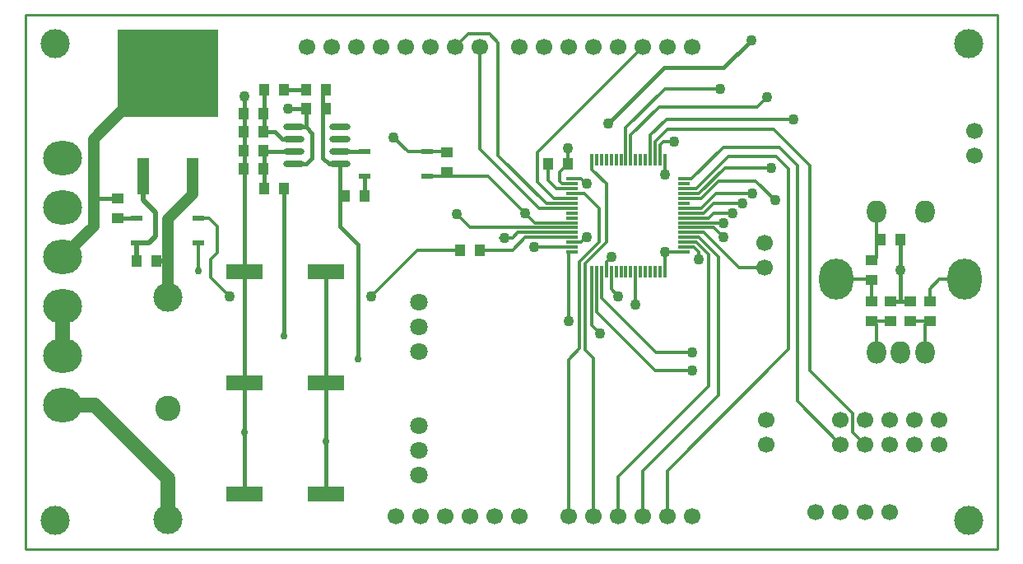
<source format=gbl>
G04*
G04 #@! TF.GenerationSoftware,Altium Limited,Altium Designer,22.2.1 (43)*
G04*
G04 Layer_Physical_Order=2*
G04 Layer_Color=16711680*
%FSLAX43Y43*%
%MOMM*%
G71*
G04*
G04 #@! TF.SameCoordinates,4727E17F-0EAD-4C76-84FB-9B022A49384D*
G04*
G04*
G04 #@! TF.FilePolarity,Positive*
G04*
G01*
G75*
%ADD12C,0.254*%
%ADD45R,1.000X1.300*%
%ADD46R,1.300X1.000*%
%ADD56C,0.300*%
%ADD57C,0.500*%
%ADD58C,0.400*%
%ADD60C,1.700*%
%ADD61C,1.800*%
%ADD62C,3.000*%
%ADD63C,2.600*%
%ADD64O,4.000X3.500*%
%ADD65O,3.500X4.200*%
%ADD66O,2.000X2.300*%
%ADD67C,1.100*%
%ADD68C,0.750*%
%ADD69R,1.200X0.300*%
%ADD70R,0.300X1.200*%
%ADD71R,3.800X1.600*%
%ADD72R,1.200X0.600*%
%ADD73R,1.300X3.700*%
%ADD74R,10.300X9.000*%
%ADD75O,2.200X0.600*%
%ADD76C,1.500*%
%ADD77C,1.200*%
D12*
X-0Y-0D02*
X100000D01*
X-0D02*
Y55000D01*
X100000D01*
Y-0D02*
Y55000D01*
D45*
X46686Y30770D02*
D03*
X44654D02*
D03*
X28820Y47235D02*
D03*
X30852D02*
D03*
X24502D02*
D03*
X26534D02*
D03*
X22458Y44845D02*
D03*
X24490D02*
D03*
X11405Y29620D02*
D03*
X13437D02*
D03*
X90000Y31866D02*
D03*
X87968D02*
D03*
X53754Y39616D02*
D03*
X55786D02*
D03*
X28820Y45330D02*
D03*
X30852D02*
D03*
X26534Y37075D02*
D03*
X24502D02*
D03*
X24490Y42940D02*
D03*
X22458D02*
D03*
Y41035D02*
D03*
X24490D02*
D03*
X22458Y39118D02*
D03*
X24490D02*
D03*
X32846Y36345D02*
D03*
X34878D02*
D03*
D46*
X9500Y34065D02*
D03*
Y36097D02*
D03*
X93000Y25516D02*
D03*
Y23484D02*
D03*
X91000Y25516D02*
D03*
Y23484D02*
D03*
X87000D02*
D03*
Y25516D02*
D03*
X89000Y23484D02*
D03*
Y25516D02*
D03*
X87000Y27675D02*
D03*
Y29707D02*
D03*
X43378Y38829D02*
D03*
Y40861D02*
D03*
D56*
X48620Y40511D02*
Y52077D01*
X47702Y52995D02*
X48620Y52077D01*
X45525Y52995D02*
X47702D01*
X44160Y51630D02*
X45525Y52995D01*
X83400Y27750D02*
X87000D01*
X41278Y40885D02*
X43378D01*
X54941Y38771D02*
X55786Y39616D01*
X54941Y37873D02*
Y38771D01*
Y37873D02*
X55234Y37580D01*
X55786Y39616D02*
Y41290D01*
X52655Y40821D02*
X63464Y51630D01*
X52655Y37746D02*
Y40821D01*
Y37746D02*
X54321Y36080D01*
X50655Y32580D02*
X56250D01*
X50115Y32040D02*
X50655Y32580D01*
X49226Y32040D02*
X50115D01*
X48845D02*
X49226D01*
X75284Y45482D02*
X76315Y46513D01*
X65167Y45482D02*
X75284D01*
X62250Y42565D02*
X65167Y45482D01*
X61750Y40080D02*
Y43335D01*
X65772Y47357D02*
X71460Y47357D01*
X35560Y26035D02*
X40295Y30770D01*
X44654D01*
X19050Y29845D02*
X19685Y30480D01*
X19050Y27940D02*
Y29845D01*
Y27940D02*
X20955Y26035D01*
X52330Y31080D02*
X56250D01*
X51425Y32080D02*
X56250D01*
X50115Y30770D02*
X51425Y32080D01*
X46686Y30770D02*
X50115D01*
X51385Y34571D02*
Y34580D01*
Y34571D02*
X52376Y33580D01*
X51376Y34580D02*
X51385D01*
X47611Y38345D02*
X51376Y34580D01*
X46700Y41161D02*
X52781Y35080D01*
X44331Y34485D02*
X45736Y33080D01*
X78465Y20560D02*
Y39130D01*
X66004Y8099D02*
X78465Y20560D01*
X66004Y3370D02*
Y8099D01*
X71250Y15885D02*
Y30080D01*
X63464Y8099D02*
X71250Y15885D01*
X63464Y3370D02*
Y8099D01*
X70250Y16790D02*
Y30330D01*
X60924Y7464D02*
X70250Y16790D01*
X60924Y3370D02*
Y7464D01*
X57000Y20685D02*
Y29580D01*
X55844Y19529D02*
X57000Y20685D01*
X55844Y3370D02*
Y19529D01*
X58384Y3370D02*
Y19686D01*
X57555Y20515D02*
X58384Y19686D01*
X46700Y41161D02*
Y51630D01*
X48620Y40511D02*
X53551Y35580D01*
X62250Y40080D02*
Y42565D01*
X61750Y43335D02*
X65772Y47357D01*
X65913Y44243D02*
X78960D01*
X64250Y42580D02*
X65913Y44243D01*
X64250Y40080D02*
Y42580D01*
X66040Y43180D02*
X76955D01*
X64750Y41890D02*
X66040Y43180D01*
X64750Y40080D02*
Y41890D01*
X65580Y41910D02*
X66675D01*
X65250Y41580D02*
X65580Y41910D01*
X65250Y40080D02*
Y41580D01*
X69250Y32080D02*
X71250Y30080D01*
X67750Y32080D02*
X69250D01*
X69750Y32580D02*
X73374Y28956D01*
X67750Y32580D02*
X69750D01*
X73374Y28956D02*
X76030D01*
X70750Y33080D02*
X71750Y32080D01*
X67750Y33080D02*
X70750D01*
X69000Y31580D02*
X70250Y30330D01*
X67750Y31580D02*
X69000D01*
X69250Y29830D02*
Y30580D01*
X68750Y31080D02*
X69250Y30580D01*
X67750Y31080D02*
X68750D01*
X87500Y29961D02*
Y34750D01*
X75129Y37830D02*
X77085Y35874D01*
X71255Y37830D02*
X75129D01*
X69505Y36080D02*
X71255Y37830D01*
X69490Y35080D02*
X70990Y36580D01*
X93961Y27750D02*
X96600D01*
X93000Y26789D02*
X93961Y27750D01*
X93000Y25516D02*
Y26789D01*
X87000Y25516D02*
Y27675D01*
X77520Y41345D02*
X79375Y39490D01*
X71790Y41345D02*
X77520D01*
X68525Y38080D02*
X71790Y41345D01*
X65750Y38580D02*
Y40080D01*
X37878Y42345D02*
X39338Y40885D01*
X41278D01*
X43378Y38345D02*
X47611D01*
X41278D02*
X43378D01*
X17805Y28610D02*
Y31525D01*
X19685Y30480D02*
Y33230D01*
X18850Y34065D02*
X19685Y33230D01*
X17805Y34065D02*
X18850D01*
X72325Y40400D02*
X77195D01*
X69005Y37080D02*
X72325Y40400D01*
X67750Y37080D02*
X69005D01*
X71918Y39243D02*
X76665D01*
X69255Y36580D02*
X71918Y39243D01*
X67750Y36580D02*
X69255D01*
X67750Y36080D02*
X69505D01*
X67750Y38080D02*
X68525D01*
X70990Y36580D02*
X74750D01*
X70750Y35580D02*
X73750D01*
X69750Y34580D02*
X70750Y35580D01*
X67750Y35080D02*
X69490D01*
X67750Y34580D02*
X69750D01*
X77195Y40400D02*
X78465Y39130D01*
X79375Y15240D02*
Y39490D01*
X80645Y18415D02*
Y39490D01*
X76955Y43180D02*
X80645Y39490D01*
X57555Y20515D02*
Y29385D01*
X60250Y26745D02*
X60960Y26035D01*
X60250Y26745D02*
Y28580D01*
X45736Y33080D02*
X56250D01*
X53551Y35580D02*
X56250D01*
X53754Y37917D02*
Y39616D01*
Y37917D02*
X54591Y37080D01*
X56250D01*
X55234Y37580D02*
X56250D01*
X54321Y36080D02*
X56250D01*
X70750Y34580D02*
X72750D01*
X62750Y25175D02*
Y28580D01*
X66645Y41940D02*
X66675Y41910D01*
X52781Y35080D02*
X56250D01*
X52376Y33580D02*
X56250D01*
X67750D02*
X71750D01*
X79375Y15240D02*
X83820Y10795D01*
X85090Y12065D02*
X86360Y10795D01*
X85090Y12065D02*
Y13970D01*
X80645Y18415D02*
X85090Y13970D01*
X92850Y23484D02*
X93000D01*
X92500Y23134D02*
X92850Y23484D01*
X92500Y20250D02*
Y23134D01*
X87000Y23484D02*
X87150D01*
X87500Y23134D01*
Y20250D02*
Y23134D01*
X70250Y34080D02*
X70750Y34580D01*
X67750Y34080D02*
X70250D01*
X64840Y20250D02*
X68580D01*
X59250Y25840D02*
X64840Y20250D01*
X59250Y25840D02*
Y28580D01*
X64770Y18415D02*
X68580D01*
X58750Y24435D02*
X64770Y18415D01*
X58750Y24435D02*
Y28580D01*
X55880Y23495D02*
Y30580D01*
X58250Y23030D02*
X59055Y22225D01*
X58250Y23030D02*
Y28580D01*
X57555Y29385D02*
X59750Y31580D01*
X55880Y30580D02*
X56250D01*
X56250Y32580D02*
X56250Y32580D01*
X57674Y37580D02*
X57750D01*
X57174Y38080D02*
X57674Y37580D01*
X56250Y38080D02*
X57174D01*
X59750Y31580D02*
Y37580D01*
X57500Y36580D02*
X59000Y35080D01*
Y31580D02*
Y35080D01*
X57000Y29580D02*
X59000Y31580D01*
X57674Y32080D02*
X57750D01*
X57174Y31580D02*
X57674Y32080D01*
X56250Y31580D02*
X57174D01*
X58250Y39080D02*
X59750Y37580D01*
X58250Y39080D02*
Y40080D01*
X59750Y29580D02*
X60250Y30080D01*
X59750Y28580D02*
Y29580D01*
X65750Y28580D02*
Y30580D01*
X67750D01*
X56250Y36580D02*
X57500D01*
X87150Y23484D02*
X89000D01*
X91000D02*
X92850D01*
D57*
X13437Y29620D02*
X14605D01*
X11405D02*
Y31525D01*
X13335Y32185D02*
Y34675D01*
X12065Y35945D02*
X13335Y34675D01*
X12065Y35945D02*
Y38370D01*
X12675Y31525D02*
X13335Y32185D01*
X11405Y31525D02*
X12675D01*
D58*
X30585Y40250D02*
Y47610D01*
X32350Y33175D02*
Y39615D01*
X71780Y49516D02*
X74638Y52374D01*
X65703Y49516D02*
X71780D01*
X59960Y43773D02*
X65703Y49516D01*
X24502Y44845D02*
Y47235D01*
X90000Y28691D02*
Y31866D01*
Y25516D02*
Y28691D01*
X34878Y36345D02*
Y38345D01*
X14605Y49970D02*
X15934Y48641D01*
X14605Y49970D02*
X15255D01*
X30585Y40250D02*
X31220Y39615D01*
X28820Y43425D02*
Y45330D01*
X22470Y41035D02*
Y46595D01*
Y28575D02*
Y41035D01*
X27035Y45330D02*
X28820D01*
X22470Y12065D02*
Y17145D01*
Y6350D02*
Y12065D01*
X34195Y19610D02*
Y31330D01*
X32350Y33175D02*
X34195Y31330D01*
X26534Y21971D02*
Y37075D01*
X24502Y39118D02*
Y40885D01*
X22470Y17145D02*
Y28575D01*
X9500Y34065D02*
X11405D01*
X6985Y36097D02*
X9500D01*
X24502Y42928D02*
Y44845D01*
X26425Y42155D02*
X27550D01*
X25652Y42928D02*
X26425Y42155D01*
X24502Y42928D02*
X25652D01*
X31220Y39615D02*
X32350D01*
X24502Y40885D02*
X26915D01*
X24490D02*
X24502D01*
Y41035D01*
Y37075D02*
Y39118D01*
X27550Y43425D02*
X28820D01*
X34878Y40885D02*
X34878Y40885D01*
X32350Y40885D02*
X34878D01*
X26534Y47235D02*
X28820D01*
X27550Y39615D02*
X28820D01*
X29455Y40250D01*
Y42790D01*
X28820Y43425D02*
X29455Y42790D01*
X30870Y17145D02*
Y28575D01*
Y6350D02*
Y17145D01*
X90000Y25516D02*
X91000D01*
X89000D02*
X90000D01*
D60*
X28920Y51630D02*
D03*
X31460D02*
D03*
X34000D02*
D03*
X36540D02*
D03*
X39080D02*
D03*
X41620D02*
D03*
X44160D02*
D03*
X46700D02*
D03*
X50764D02*
D03*
X53304D02*
D03*
X55844D02*
D03*
X58384D02*
D03*
X60924D02*
D03*
X63464D02*
D03*
X66004D02*
D03*
X68544D02*
D03*
Y3370D02*
D03*
X66004D02*
D03*
X63464D02*
D03*
X60924D02*
D03*
X58384D02*
D03*
X55844D02*
D03*
X50764D02*
D03*
X48224D02*
D03*
X45684D02*
D03*
X43144D02*
D03*
X40604D02*
D03*
X38064D02*
D03*
X97620Y40513D02*
D03*
Y43053D02*
D03*
X83820Y13335D02*
D03*
X86360D02*
D03*
X88900D02*
D03*
X91440D02*
D03*
X93980D02*
D03*
Y10795D02*
D03*
X91440D02*
D03*
X88900D02*
D03*
X86360D02*
D03*
X83820D02*
D03*
X76030Y31496D02*
D03*
Y28956D02*
D03*
X76200Y13335D02*
D03*
Y10795D02*
D03*
X88900Y3810D02*
D03*
X86360D02*
D03*
X83820D02*
D03*
X81280D02*
D03*
D61*
X40460Y22860D02*
D03*
Y20320D02*
D03*
Y12700D02*
D03*
Y10160D02*
D03*
Y7620D02*
D03*
Y25400D02*
D03*
D62*
X97000Y52000D02*
D03*
X3000D02*
D03*
Y3000D02*
D03*
X14605Y3064D02*
D03*
Y25924D02*
D03*
X97000Y3000D02*
D03*
D63*
X14605Y14494D02*
D03*
D64*
X3810Y19880D02*
D03*
Y14800D02*
D03*
Y30040D02*
D03*
Y24960D02*
D03*
Y40200D02*
D03*
Y35120D02*
D03*
D65*
X96600Y27750D02*
D03*
X83400D02*
D03*
D66*
X87500Y34750D02*
D03*
X92500D02*
D03*
Y20250D02*
D03*
X90000D02*
D03*
X87500D02*
D03*
D67*
X55786Y41290D02*
D03*
X20955Y26035D02*
D03*
X52330Y31080D02*
D03*
X51385Y34580D02*
D03*
X49226Y32040D02*
D03*
X44331Y34485D02*
D03*
X71750Y32080D02*
D03*
X77085Y35874D02*
D03*
X59960Y43773D02*
D03*
X74638Y52374D02*
D03*
X71460Y47357D02*
D03*
X78960Y44243D02*
D03*
X65750Y38580D02*
D03*
X37878Y42345D02*
D03*
X76315Y46513D02*
D03*
X27035Y45330D02*
D03*
X22470Y46595D02*
D03*
X35560Y26035D02*
D03*
X90000Y28691D02*
D03*
X72750Y34580D02*
D03*
X76665Y39243D02*
D03*
X62750Y25175D02*
D03*
X71750Y33580D02*
D03*
X73750Y35580D02*
D03*
X74750Y36580D02*
D03*
X69250Y29830D02*
D03*
X59055Y22225D02*
D03*
X60960Y26035D02*
D03*
X55880Y23495D02*
D03*
X68580Y18415D02*
D03*
Y20250D02*
D03*
X57750Y37580D02*
D03*
Y32080D02*
D03*
X65750Y30580D02*
D03*
X60250Y30080D02*
D03*
X66675Y41910D02*
D03*
D68*
X17805Y28610D02*
D03*
X26534Y21971D02*
D03*
X30870Y11090D02*
D03*
X34195Y19610D02*
D03*
X22470Y12065D02*
D03*
D69*
X56250Y30580D02*
D03*
Y31080D02*
D03*
Y31580D02*
D03*
Y32080D02*
D03*
Y32580D02*
D03*
Y33080D02*
D03*
Y33580D02*
D03*
Y34080D02*
D03*
Y34580D02*
D03*
Y38080D02*
D03*
Y37580D02*
D03*
Y37080D02*
D03*
Y36580D02*
D03*
Y36080D02*
D03*
Y35580D02*
D03*
Y35080D02*
D03*
X67750Y30580D02*
D03*
Y31080D02*
D03*
Y31580D02*
D03*
Y32080D02*
D03*
Y32580D02*
D03*
Y37580D02*
D03*
Y37080D02*
D03*
Y33580D02*
D03*
Y34080D02*
D03*
Y34580D02*
D03*
Y35080D02*
D03*
Y35580D02*
D03*
Y36080D02*
D03*
Y36580D02*
D03*
Y33080D02*
D03*
Y38080D02*
D03*
D70*
X61250Y28580D02*
D03*
X60750D02*
D03*
X60250D02*
D03*
X59750D02*
D03*
X59250D02*
D03*
X58750D02*
D03*
X58250D02*
D03*
X61750D02*
D03*
X62250D02*
D03*
X62750D02*
D03*
X63250D02*
D03*
X63750D02*
D03*
X64250D02*
D03*
X64750D02*
D03*
X65250D02*
D03*
X65750D02*
D03*
X58250Y40080D02*
D03*
X63250D02*
D03*
X59750D02*
D03*
X60250D02*
D03*
X60750D02*
D03*
X61250D02*
D03*
X61750D02*
D03*
X62250D02*
D03*
X62750D02*
D03*
X59250D02*
D03*
X58750D02*
D03*
X63750D02*
D03*
X64250D02*
D03*
X64750D02*
D03*
X65250D02*
D03*
X65750D02*
D03*
D71*
X30870Y5715D02*
D03*
X22470D02*
D03*
Y17145D02*
D03*
X30870D02*
D03*
X22470Y28575D02*
D03*
X30870D02*
D03*
D72*
X17805Y34065D02*
D03*
Y31525D02*
D03*
X11405D02*
D03*
Y34065D02*
D03*
X41278Y38345D02*
D03*
Y40885D02*
D03*
X34878D02*
D03*
Y38345D02*
D03*
D73*
X17145Y38370D02*
D03*
X12065D02*
D03*
D74*
X14605Y48970D02*
D03*
D75*
X27550Y42155D02*
D03*
Y43425D02*
D03*
Y39615D02*
D03*
Y40885D02*
D03*
X32350Y42155D02*
D03*
Y43425D02*
D03*
Y40885D02*
D03*
Y39615D02*
D03*
D76*
X14605Y3064D02*
Y7310D01*
X7115Y14800D02*
X14605Y7310D01*
X3810Y14800D02*
X7115D01*
X3810Y19880D02*
Y24960D01*
D77*
X6985Y33215D02*
Y36097D01*
X14605Y29620D02*
Y33925D01*
Y25924D02*
Y29620D01*
X6985Y36097D02*
Y42180D01*
X17145Y36465D02*
Y38370D01*
X14605Y33925D02*
X17145Y36465D01*
X6985Y42180D02*
X11430Y46625D01*
X3810Y30040D02*
X6985Y33215D01*
M02*

</source>
